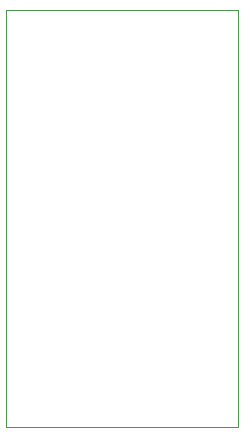
<source format=gko>
G75*
%MOIN*%
%OFA0B0*%
%FSLAX25Y25*%
%IPPOS*%
%LPD*%
%AMOC8*
5,1,8,0,0,1.08239X$1,22.5*
%
%ADD10C,0.00000*%
D10*
X0001000Y0001000D02*
X0001000Y0139711D01*
X0078451Y0139711D01*
X0078451Y0001000D01*
X0001000Y0001000D01*
M02*

</source>
